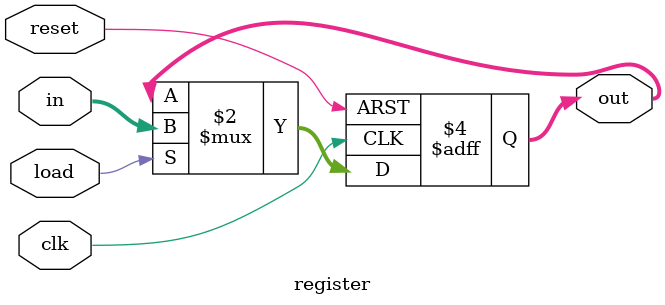
<source format=v>
`timescale 1ns / 1ps


module register(
    input clk,
    input reset,
    input [31:0] in,
    output reg [31:0] out,
    input load
    );
    
always @(posedge clk or posedge reset) begin
    if (reset) begin
        out <= 32'b0; 
    end else if (load) begin
        out <= in; 
    end
end

endmodule

</source>
